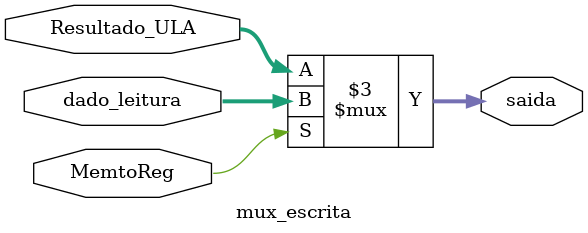
<source format=v>
module mux_escrita(Resultado_ULA, dado_leitura, MemtoReg, saida);
input MemtoReg;
input [31:0] Resultado_ULA, dado_leitura;
output reg [31:0] saida;

always @(MemtoReg)
	begin
		if(MemtoReg)
			begin
				saida = dado_leitura;
			end
		else
			begin
				saida = Resultado_ULA;
			end
	end

endmodule


</source>
